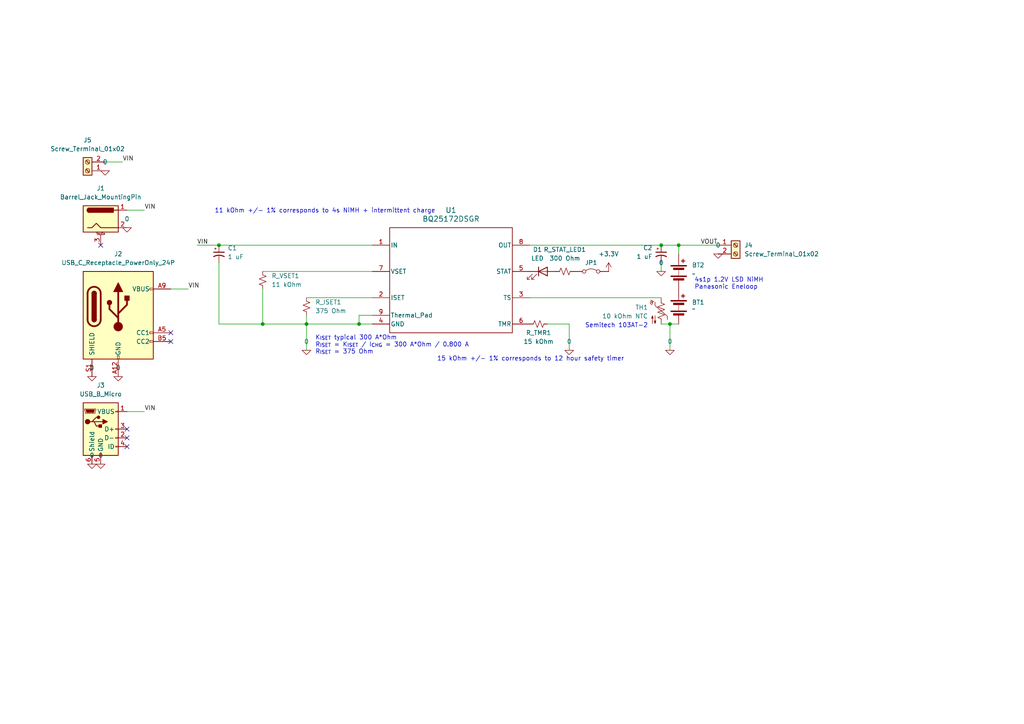
<source format=kicad_sch>
(kicad_sch (version 20231120) (generator "eeschema") (generator_version "8.0")
  (paper "A4")
  (lib_symbols
    (symbol "BQ25172:BQ25172DSGR" (pin_names (offset 0.254))
      (property "Reference" "U" (at 22.86 3.81 0))
      (property "Value" "BQ25172DSGR" (at 22.86 1.27 0))
      (symbol "BQ25172DSGR_0_1"
        (polyline (pts (xy 5.08 -25.4) (xy 40.64 -25.4)) (stroke (width 0.2032)))
        (polyline (pts (xy 5.08 5.08) (xy 5.08 -25.4)) (stroke (width 0.2032)))
        (polyline (pts (xy 40.64 -25.4) (xy 40.64 5.08)) (stroke (width 0.2032)))
        (polyline (pts (xy 40.64 5.08) (xy 5.08 5.08)) (stroke (width 0.2032)))
        (pin power_in line (at 0 0 0) (length 5.08) (name "IN") (number "1"))
        (pin power_in line (at 0 -22.86 0) (length 5.08) (name "GND") (number "4"))
        (pin unspecified line (at 0 -20.32 0) (length 5.08) (name "Thermal_Pad") (number "9"))
      )
      (symbol "BQ25172DSGR_1_1"
        (pin input line (at 0 -15.24 0) (length 5.08) (name "ISET") (number "2"))
        (pin input line (at 45.72 -15.24 180) (length 5.08) (name "TS") (number "3"))
        (pin output line (at 45.72 -7.62 180) (length 5.08) (name "STAT") (number "5"))
        (pin input line (at 45.72 -22.86 180) (length 5.08) (name "TMR") (number "6"))
        (pin input line (at 0 -7.62 0) (length 5.08) (name "VSET") (number "7"))
        (pin power_out line (at 45.72 0 180) (length 5.08) (name "OUT") (number "8"))
      )
    )
    (symbol "Connector:Barrel_Jack_MountingPin" (pin_names hide)
      (property "Reference" "J1" (at 0 8.89 0))
      (property "Value" "Barrel_Jack_MountingPin" (at 0 6.35 0))
      (symbol "Barrel_Jack_MountingPin_0_1"
        (rectangle (start -5.08 3.81) (end 5.08 -3.81) (stroke (width 0.254)) (fill (type background)))
        (arc (start -3.302 3.175) (mid -3.9343 2.54) (end -3.302 1.905) (stroke (width 0.254)))
        (arc (start -3.302 3.175) (mid -3.9343 2.54) (end -3.302 1.905) (stroke (width 0.254)) (fill (type outline)))
        (polyline (pts (xy 5.08 2.54) (xy 3.81 2.54)) (stroke (width 0.254)))
        (polyline (pts (xy -3.81 -2.54) (xy -2.54 -2.54) (xy -1.27 -1.27) (xy 0 -2.54) (xy 2.54 -2.54) (xy 5.08 -2.54)) (stroke (width 0.254)))
        (rectangle (start 3.683 3.175) (end -3.302 1.905) (stroke (width 0.254)) (fill (type outline)))
      )
      (symbol "Barrel_Jack_MountingPin_1_1"
        (polyline (pts (xy -1.016 -4.572) (xy 1.016 -4.572)) (stroke (width 0.1524)))
        (text "Mounting" (at 0 -4.191 0) (effects (font (size 0.381 0.381))))
        (pin passive line (at 7.62 2.54 180) (length 2.54) (name "~") (number "1"))
        (pin passive line (at 7.62 -2.54 180) (length 2.54) (name "~") (number "2"))
        (pin passive line (at 0 -7.62 90) (length 3.048) (name "MountPin") (number "3"))
      )
    )
    (symbol "Connector:Screw_Terminal_01x02" (pin_names (offset 1.016) hide)
      (property "Reference" "J" (at 0 2.54 0))
      (property "Value" "Screw_Terminal_01x02" (at 0 -5.08 0))
      (symbol "Screw_Terminal_01x02_1_1"
        (rectangle (start -1.27 1.27) (end 1.27 -3.81) (stroke (width 0.254)) (fill (type background)))
        (circle (center 0 -2.54) (radius 0.635) (stroke (width 0.1524)))
        (polyline (pts (xy -0.5334 -2.2098) (xy 0.3302 -3.048)) (stroke (width 0.1524)))
        (polyline (pts (xy -0.5334 0.3302) (xy 0.3302 -0.508)) (stroke (width 0.1524)))
        (polyline (pts (xy -0.3556 -2.032) (xy 0.508 -2.8702)) (stroke (width 0.1524)))
        (polyline (pts (xy -0.3556 0.508) (xy 0.508 -0.3302)) (stroke (width 0.1524)))
        (circle (center 0 0) (radius 0.635) (stroke (width 0.1524)))
        (pin passive line (at -5.08 0 0) (length 3.81) (name "Pin_1") (number "1"))
        (pin passive line (at -5.08 -2.54 0) (length 3.81) (name "Pin_2") (number "2"))
      )
    )
    (symbol "Connector:USB_B_Micro" (pin_names (offset 1.016))
      (property "Reference" "J" (at -5.08 11.43 0))
      (property "Value" "USB_B_Micro" (at -5.08 8.89 0))
      (symbol "USB_B_Micro_0_1"
        (rectangle (start -5.08 -7.62) (end 5.08 7.62) (stroke (width 0.254)) (fill (type background)))
        (circle (center -3.81 2.159) (radius 0.635) (stroke (width 0.254)) (fill (type outline)))
        (circle (center -0.635 3.429) (radius 0.381) (stroke (width 0.254)) (fill (type outline)))
        (rectangle (start -0.127 -7.62) (end 0.127 -6.858))
        (polyline (pts (xy -1.905 2.159) (xy 0.635 2.159)) (stroke (width 0.254)))
        (polyline (pts (xy -3.175 2.159) (xy -2.54 2.159) (xy -1.27 3.429) (xy -0.635 3.429)) (stroke (width 0.254)))
        (polyline (pts (xy -2.54 2.159) (xy -1.905 2.159) (xy -1.27 0.889) (xy 0 0.889)) (stroke (width 0.254)))
        (polyline (pts (xy 0.635 2.794) (xy 0.635 1.524) (xy 1.905 2.159) (xy 0.635 2.794)) (stroke (width 0.254)) (fill (type outline)))
        (polyline (pts (xy -4.318 5.588) (xy -1.778 5.588) (xy -2.032 4.826) (xy -4.064 4.826) (xy -4.318 5.588)) (fill (type outline)))
        (polyline (pts (xy -4.699 5.842) (xy -4.699 5.588) (xy -4.445 4.826) (xy -4.445 4.572) (xy -1.651 4.572) (xy -1.651 4.826) (xy -1.397 5.588) (xy -1.397 5.842) (xy -4.699 5.842)))
        (rectangle (start 0.254 1.27) (end -0.508 0.508) (stroke (width 0.254)) (fill (type outline)))
        (rectangle (start 5.08 -5.207) (end 4.318 -4.953))
        (rectangle (start 5.08 -2.667) (end 4.318 -2.413))
        (rectangle (start 5.08 -0.127) (end 4.318 0.127))
        (rectangle (start 5.08 4.953) (end 4.318 5.207))
      )
      (symbol "USB_B_Micro_1_1"
        (pin power_out line (at 7.62 5.08 180) (length 2.54) (name "VBUS") (number "1"))
        (pin bidirectional line (at 7.62 -2.54 180) (length 2.54) (name "D-") (number "2"))
        (pin bidirectional line (at 7.62 0 180) (length 2.54) (name "D+") (number "3"))
        (pin passive line (at 7.62 -5.08 180) (length 2.54) (name "ID") (number "4"))
        (pin power_out line (at 0 -10.16 90) (length 2.54) (name "GND") (number "5"))
        (pin passive line (at -2.54 -10.16 90) (length 2.54) (name "Shield") (number "6"))
      )
    )
    (symbol "Connector:USB_C_Receptacle_PowerOnly_24P" (pin_names (offset 1.016))
      (property "Reference" "J" (at 0 16.51 0))
      (property "Value" "USB_C_Receptacle_PowerOnly_24P" (at 0 13.97 0))
      (symbol "USB_C_Receptacle_PowerOnly_24P_0_0"
        (rectangle (start -0.254 -12.7) (end 0.254 -11.684))
        (rectangle (start 10.16 -7.366) (end 9.144 -7.874))
        (rectangle (start 10.16 -4.826) (end 9.144 -5.334))
        (rectangle (start 10.16 7.874) (end 9.144 7.366))
      )
      (symbol "USB_C_Receptacle_PowerOnly_24P_0_1"
        (rectangle (start -10.16 12.7) (end 10.16 -12.7) (stroke (width 0.254)) (fill (type background)))
        (arc (start -8.89 -1.27) (mid -6.985 -3.1667) (end -5.08 -1.27) (stroke (width 0.508)))
        (arc (start -7.62 -1.27) (mid -6.985 -1.9023) (end -6.35 -1.27) (stroke (width 0.254)))
        (arc (start -7.62 -1.27) (mid -6.985 -1.9023) (end -6.35 -1.27) (stroke (width 0.254)) (fill (type outline)))
        (rectangle (start -7.62 -1.27) (end -6.35 6.35) (stroke (width 0.254)) (fill (type outline)))
        (arc (start -6.35 6.35) (mid -6.985 6.9823) (end -7.62 6.35) (stroke (width 0.254)))
        (arc (start -6.35 6.35) (mid -6.985 6.9823) (end -7.62 6.35) (stroke (width 0.254)) (fill (type outline)))
        (arc (start -5.08 6.35) (mid -6.985 8.2467) (end -8.89 6.35) (stroke (width 0.508)))
        (circle (center -2.54 3.683) (radius 0.635) (stroke (width 0.254)) (fill (type outline)))
        (circle (center 0 -3.302) (radius 1.27) (fill (type outline)))
        (polyline (pts (xy -8.89 -1.27) (xy -8.89 6.35)) (stroke (width 0.508)))
        (polyline (pts (xy -5.08 6.35) (xy -5.08 -1.27)) (stroke (width 0.508)))
        (polyline (pts (xy 0 -3.302) (xy 0 6.858)) (stroke (width 0.508)))
        (polyline (pts (xy 0 -0.762) (xy -2.54 1.778) (xy -2.54 3.048)) (stroke (width 0.508)))
        (polyline (pts (xy 0 0.508) (xy 2.54 3.048) (xy 2.54 4.318)) (stroke (width 0.508)))
        (polyline (pts (xy -1.27 6.858) (xy 0 9.398) (xy 1.27 6.858) (xy -1.27 6.858)) (stroke (width 0.254)) (fill (type outline)))
        (rectangle (start 1.905 4.318) (end 3.175 5.588) (stroke (width 0.254)) (fill (type outline)))
      )
      (symbol "USB_C_Receptacle_PowerOnly_24P_1_1"
        (pin passive line (at 0 -17.78 90) (length 5.08) hide (name "GND") (number "A1"))
        (pin power_in line (at 0 -17.78 90) (length 5.08) (name "GND") (number "A12"))
        (pin passive line (at 15.24 7.62 180) (length 5.08) hide (name "VBUS") (number "A4"))
        (pin bidirectional line (at 15.24 -5.08 180) (length 5.08) (name "CC1") (number "A5"))
        (pin power_in line (at 15.24 7.62 180) (length 5.08) (name "VBUS") (number "A9"))
        (pin passive line (at 0 -17.78 90) (length 5.08) hide (name "GND") (number "B1"))
        (pin passive line (at 0 -17.78 90) (length 5.08) hide (name "GND") (number "B12"))
        (pin passive line (at 15.24 7.62 180) (length 5.08) hide (name "VBUS") (number "B4"))
        (pin bidirectional line (at 15.24 -7.62 180) (length 5.08) (name "CC2") (number "B5"))
        (pin passive line (at 15.24 7.62 180) (length 5.08) hide (name "VBUS") (number "B9"))
        (pin passive line (at -7.62 -17.78 90) (length 5.08) (name "SHIELD") (number "S1"))
      )
    )
    (symbol "Device:Battery" (pin_numbers hide) (pin_names (offset 0) hide)
      (property "Reference" "BT" (at 2.54 2.54 0))
      (property "Value" "Battery" (at 2.54 0 0))
      (symbol "Battery_0_1"
        (rectangle (start -2.286 -1.27) (end 2.286 -1.524) (fill (type outline)))
        (rectangle (start -2.286 1.778) (end 2.286 1.524) (fill (type outline)))
        (rectangle (start -1.524 -2.032) (end 1.524 -2.54) (fill (type outline)))
        (rectangle (start -1.524 1.016) (end 1.524 0.508) (fill (type outline)))
        (polyline (pts (xy 0 -1.016) (xy 0 -0.762)))
        (polyline (pts (xy 0 -0.508) (xy 0 -0.254)))
        (polyline (pts (xy 0 0) (xy 0 0.254)))
        (polyline (pts (xy 0 1.778) (xy 0 2.54)))
        (polyline (pts (xy 0.762 3.048) (xy 1.778 3.048)) (stroke (width 0.254)))
        (polyline (pts (xy 1.27 3.556) (xy 1.27 2.54)) (stroke (width 0.254)))
      )
      (symbol "Battery_1_1"
        (pin passive line (at 0 5.08 270) (length 2.54) (name "+") (number "1"))
        (pin passive line (at 0 -5.08 90) (length 2.54) (name "-") (number "2"))
      )
    )
    (symbol "Device:C_Polarized_Small_US" (pin_numbers hide) (pin_names (offset 0.254) hide)
      (property "Reference" "C" (at 0.254 1.778 0))
      (property "Value" "C_Polarized_Small_US" (at 0.254 -2.032 0))
      (symbol "C_Polarized_Small_US_0_1"
        (polyline (pts (xy -1.524 0.508) (xy 1.524 0.508)) (stroke (width 0.3048)))
        (polyline (pts (xy -1.27 1.524) (xy -0.762 1.524)))
        (polyline (pts (xy -1.016 1.27) (xy -1.016 1.778)))
        (arc (start 1.524 -0.762) (mid 0 -0.3734) (end -1.524 -0.762) (stroke (width 0.3048)))
      )
      (symbol "C_Polarized_Small_US_1_1"
        (pin passive line (at 0 2.54 270) (length 2.032) (name "~") (number "1"))
        (pin passive line (at 0 -2.54 90) (length 2.032) (name "~") (number "2"))
      )
    )
    (symbol "Device:LED" (pin_numbers hide) (pin_names (offset 1.016) hide)
      (property "Reference" "D" (at 0 2.54 0))
      (property "Value" "LED" (at 0 -2.54 0))
      (symbol "LED_0_1"
        (polyline (pts (xy -1.27 -1.27) (xy -1.27 1.27)) (stroke (width 0.254)))
        (polyline (pts (xy -1.27 0) (xy 1.27 0)))
        (polyline (pts (xy 1.27 -1.27) (xy 1.27 1.27) (xy -1.27 0) (xy 1.27 -1.27)) (stroke (width 0.254)))
        (polyline (pts (xy -3.048 -0.762) (xy -4.572 -2.286) (xy -3.81 -2.286) (xy -4.572 -2.286) (xy -4.572 -1.524)))
        (polyline (pts (xy -1.778 -0.762) (xy -3.302 -2.286) (xy -2.54 -2.286) (xy -3.302 -2.286) (xy -3.302 -1.524)))
      )
      (symbol "LED_1_1"
        (pin passive line (at -3.81 0 0) (length 2.54) (name "K") (number "1"))
        (pin passive line (at 3.81 0 180) (length 2.54) (name "A") (number "2"))
      )
    )
    (symbol "Device:R_Small_US" (pin_numbers hide) (pin_names (offset 0.254) hide)
      (property "Reference" "R" (at 0.762 0.508 0))
      (property "Value" "R_Small_US" (at 0.762 -1.016 0))
      (symbol "R_Small_US_1_1"
        (polyline (pts (xy 0 0) (xy 1.016 -0.381) (xy 0 -0.762) (xy -1.016 -1.143) (xy 0 -1.524)))
        (polyline (pts (xy 0 1.524) (xy 1.016 1.143) (xy 0 0.762) (xy -1.016 0.381) (xy 0 0)))
        (pin passive line (at 0 2.54 270) (length 1.016) (name "~") (number "1"))
        (pin passive line (at 0 -2.54 90) (length 1.016) (name "~") (number "2"))
      )
    )
    (symbol "Device:Thermistor_NTC_US" (pin_numbers hide) (pin_names (offset 0))
      (property "Reference" "TH" (at -4.445 0 90))
      (property "Value" "Thermistor_NTC_US" (at 3.175 0 90))
      (symbol "Thermistor_NTC_US_0_1"
        (arc (start -3.048 2.159) (mid -3.0495 2.3143) (end -3.175 2.413))
        (arc (start -3.048 2.159) (mid -2.9736 1.9794) (end -2.794 1.905))
        (arc (start -3.048 2.794) (mid -2.9736 2.6144) (end -2.794 2.54))
        (arc (start -2.794 1.905) (mid -2.6144 1.9794) (end -2.54 2.159))
        (arc (start -2.794 2.54) (mid -2.4393 2.5587) (end -2.159 2.794))
        (arc (start -2.794 3.048) (mid -2.9736 2.9736) (end -3.048 2.794))
        (arc (start -2.54 2.794) (mid -2.6144 2.9736) (end -2.794 3.048))
        (polyline (pts (xy -2.54 2.159) (xy -2.54 2.794)))
        (polyline (pts (xy 0 -2.286) (xy 0 -2.54)))
        (polyline (pts (xy 0 2.286) (xy 0 2.54)))
        (polyline (pts (xy -1.778 2.54) (xy -1.778 1.524) (xy 1.778 -1.524) (xy 1.778 -2.54)))
        (polyline (pts (xy 0 -0.762) (xy 1.016 -1.143) (xy 0 -1.524) (xy -1.016 -1.905) (xy 0 -2.286)))
        (polyline (pts (xy 0 0.762) (xy 1.016 0.381) (xy 0 0) (xy -1.016 -0.381) (xy 0 -0.762)))
        (polyline (pts (xy 0 2.286) (xy 1.016 1.905) (xy 0 1.524) (xy -1.016 1.143) (xy 0 0.762)))
        (polyline (pts (xy -2.54 -3.683) (xy -2.54 -1.397) (xy -2.794 -2.159) (xy -2.286 -2.159) (xy -2.54 -1.397) (xy -2.54 -1.651)) (fill (type outline)))
        (polyline (pts (xy -1.778 -1.397) (xy -1.778 -3.683) (xy -2.032 -2.921) (xy -1.524 -2.921) (xy -1.778 -3.683) (xy -1.778 -3.429)) (fill (type outline)))
      )
      (symbol "Thermistor_NTC_US_1_1"
        (pin passive line (at 0 3.81 270) (length 1.27) (name "~") (number "1"))
        (pin passive line (at 0 -3.81 90) (length 1.27) (name "~") (number "2"))
      )
    )
    (symbol "Jumper:Jumper_2_Bridged" (pin_numbers hide) (pin_names (offset 0) hide) (exclude_from_sim yes)
      (property "Reference" "JP" (at 0 1.905 0))
      (property "Value" "Jumper_2_Bridged" (at 0 -2.54 0))
      (symbol "Jumper_2_Bridged_0_0"
        (circle (center -2.032 0) (radius 0.508))
        (circle (center 2.032 0) (radius 0.508))
      )
      (symbol "Jumper_2_Bridged_0_1"
        (arc (start 1.524 0.254) (mid 0 0.762) (end -1.524 0.254))
      )
      (symbol "Jumper_2_Bridged_1_1"
        (pin passive line (at -5.08 0 0) (length 2.54) (name "A") (number "1"))
        (pin passive line (at 5.08 0 180) (length 2.54) (name "B") (number "2"))
      )
    )
    (symbol "Simulation_SPICE:0" (power) (pin_numbers hide) (pin_names (offset 0) hide)
      (property "Value" "0" (at 0 -2.54 0))
      (symbol "0_0_1"
        (polyline (pts (xy -1.27 0) (xy 0 -1.27) (xy 1.27 0) (xy -1.27 0)))
      )
      (symbol "0_1_1"
        (pin power_in line (at 0 0 0) (length 0) (name "~") (number "1"))
      )
    )
    (symbol "power:+3.3V" (power) (pin_numbers hide) (pin_names (offset 0) hide)
      (property "Value" "+3.3V" (at 0 3.556 0))
      (symbol "+3.3V_0_1"
        (polyline (pts (xy -0.762 1.27) (xy 0 2.54)))
        (polyline (pts (xy 0 0) (xy 0 2.54)))
        (polyline (pts (xy 0 2.54) (xy 0.762 1.27)))
      )
      (symbol "+3.3V_1_1"
        (pin power_in line (at 0 0 90) (length 0) (name "~") (number "1"))
      )
    )
  )
  (junction (at 104.14 93.98))
  (junction (at 76.2 93.98))
  (junction (at 191.77 71.12))
  (junction (at 88.9 93.98))
  (junction (at 63.5 71.12))
  (junction (at 194.31 93.98))
  (junction (at 196.85 71.12))
  (no_connect (at 49.53 96.52))
  (no_connect (at 49.53 99.06))
  (no_connect (at 29.21 71.12))
  (no_connect (at 36.83 129.54))
  (no_connect (at 36.83 124.46))
  (no_connect (at 36.83 127))
  (wire (pts (xy 191.77 93.98) (xy 194.31 93.98)))
  (wire (pts (xy 194.31 93.98) (xy 194.31 101.6)))
  (wire (pts (xy 107.95 91.44) (xy 104.14 91.44)))
  (wire (pts (xy 88.9 93.98) (xy 104.14 93.98)))
  (wire (pts (xy 76.2 78.74) (xy 107.95 78.74)))
  (wire (pts (xy 194.31 93.98) (xy 196.85 93.98)))
  (wire (pts (xy 36.83 60.96) (xy 41.91 60.96)))
  (wire (pts (xy 104.14 93.98) (xy 107.95 93.98)))
  (wire (pts (xy 104.14 91.44) (xy 104.14 93.98)))
  (wire (pts (xy 88.9 86.36) (xy 107.95 86.36)))
  (wire (pts (xy 63.5 93.98) (xy 76.2 93.98)))
  (wire (pts (xy 63.5 71.12) (xy 107.95 71.12)))
  (wire (pts (xy 57.15 71.12) (xy 63.5 71.12)))
  (wire (pts (xy 76.2 83.82) (xy 76.2 93.98)))
  (wire (pts (xy 49.53 83.82) (xy 54.61 83.82)))
  (wire (pts (xy 153.67 71.12) (xy 191.77 71.12)))
  (wire (pts (xy 196.85 71.12) (xy 208.28 71.12)))
  (wire (pts (xy 191.77 71.12) (xy 196.85 71.12)))
  (wire (pts (xy 88.9 93.98) (xy 88.9 101.6)))
  (wire (pts (xy 76.2 93.98) (xy 88.9 93.98)))
  (wire (pts (xy 196.85 71.12) (xy 196.85 73.66)))
  (wire (pts (xy 165.1 93.98) (xy 165.1 101.6)))
  (wire (pts (xy 88.9 91.44) (xy 88.9 93.98)))
  (wire (pts (xy 36.83 119.38) (xy 41.91 119.38)))
  (wire (pts (xy 153.67 86.36) (xy 191.77 86.36)))
  (wire (pts (xy 63.5 76.2) (xy 63.5 93.98)))
  (wire (pts (xy 191.77 76.2) (xy 191.77 78.74)))
  (wire (pts (xy 30.48 46.99) (xy 35.56 46.99)))
  (wire (pts (xy 158.75 93.98) (xy 165.1 93.98)))
  (text "15 kOhm +/- 1% corresponds to 12 hour safety timer" (at 126.746 104.14 0) (effects (font (size 1.27 1.27)) (justify left)))
  (text "Semitech 103AT-2" (at 169.672 94.488 0) (effects (font (size 1.27 1.27)) (justify left)))
  (text "11 kOhm +/- 1% corresponds to 4s NiMH + intermittent charge" (at 62.23 61.214 0) (effects (font (size 1.27 1.27)) (justify left)))
  (text "K_{ISET} typical 300 A*Ohm\nR_{ISET} = K_{ISET} / I_{CHG} = 300 A*Ohm / 0.800 A\nR_{ISET} = 375 Ohm" (at 91.44 100.076 0) (effects (font (size 1.27 1.27)) (justify left)))
  (text "4s1p 1.2V LSD NiMH\nPanasonic Eneloop" (at 201.422 82.296 0) (effects (font (size 1.27 1.27)) (justify left)))
  (label "VIN" (at 54.61 83.82 0))
  (label "VOUT" (at 203.2 71.12 0))
  (label "VIN" (at 35.56 46.99 0))
  (label "VIN" (at 57.15 71.12 0))
  (label "VIN" (at 41.91 60.96 0))
  (label "VIN" (at 41.91 119.38 0))
  (symbol (lib_id "power:+3.3V") (at 176.53 78.74 0) (unit 1)
    (property "Reference" "#PWR01" (effects (hide yes)))
    (property "Value" "+3.3V" (at 176.53 73.66 0))
    (property "Description" "Power symbol creates a global label with name \"+3.3V\"" (effects (hide yes)))
  )
  (symbol (lib_id "Simulation_SPICE:0") (at 30.48 49.53 0) (unit 1)
    (property "Reference" "#GND010" (effects (hide yes)))
    (property "Value" "0" (at 30.48 46.99 0))
    (property "Datasheet" "https://ngspice.sourceforge.io/docs/ngspice-html-manual/manual.xhtml#subsec_Circuit_elements__device" (effects (hide yes)))
    (property "Description" "0V reference potential for simulation" (effects (hide yes)))
  )
  (symbol (lib_id "Simulation_SPICE:0") (at 26.67 134.62 0) (unit 1)
    (property "Reference" "#GND08" (effects (hide yes)))
    (property "Value" "0" (at 26.67 132.08 0))
    (property "Datasheet" "https://ngspice.sourceforge.io/docs/ngspice-html-manual/manual.xhtml#subsec_Circuit_elements__device" (effects (hide yes)))
    (property "Description" "0V reference potential for simulation" (effects (hide yes)))
  )
  (symbol (lib_id "BQ25172:BQ25172DSGR") (at 107.95 71.12 0) (unit 1)
    (property "Reference" "U1" (at 130.81 60.96 0) (effects (font (size 1.524 1.524))))
    (property "Value" "BQ25172DSGR" (at 130.81 63.5 0) (effects (font (size 1.524 1.524))))
    (property "Footprint" "BQ25172:DSG0008A-IPC_A" (effects (hide yes)))
    (property "Datasheet" "BQ25172DSGR" (effects (hide yes)))
  )
  (symbol (lib_id "Simulation_SPICE:0") (at 34.29 109.22 0) (unit 1)
    (property "Reference" "#GND06" (effects (hide yes)))
    (property "Value" "0" (at 34.29 106.68 0))
    (property "Datasheet" "https://ngspice.sourceforge.io/docs/ngspice-html-manual/manual.xhtml#subsec_Circuit_elements__device" (effects (hide yes)))
    (property "Description" "0V reference potential for simulation" (effects (hide yes)))
  )
  (symbol (lib_id "Device:R_Small_US") (at 156.21 93.98 90) (unit 1)
    (property "Reference" "R_TMR1" (at 156.21 96.52 90))
    (property "Value" "15 kOhm" (at 156.21 99.06 90))
    (property "Footprint" "Resistor_THT:R_Axial_DIN0309_L9.0mm_D3.2mm_P15.24mm_Horizontal" (effects (hide yes)))
    (property "Description" "Resistor, small US symbol" (effects (hide yes)))
  )
  (symbol (lib_id "Simulation_SPICE:0") (at 208.28 73.66 0) (unit 1)
    (property "Reference" "#GND011" (effects (hide yes)))
    (property "Value" "0" (at 208.28 71.12 0))
    (property "Datasheet" "https://ngspice.sourceforge.io/docs/ngspice-html-manual/manual.xhtml#subsec_Circuit_elements__device" (effects (hide yes)))
    (property "Description" "0V reference potential for simulation" (effects (hide yes)))
  )
  (symbol (lib_id "Device:R_Small_US") (at 88.9 88.9 0) (unit 1)
    (property "Reference" "R_ISET1" (at 91.44 87.6299 0) (effects (justify left)))
    (property "Value" "375 Ohm" (at 91.44 90.1699 0) (effects (justify left)))
    (property "Footprint" "Resistor_THT:R_Axial_DIN0309_L9.0mm_D3.2mm_P15.24mm_Horizontal" (effects (hide yes)))
    (property "Description" "Resistor, small US symbol" (effects (hide yes)))
  )
  (symbol (lib_id "Connector:Screw_Terminal_01x02") (at 25.4 49.53 180) (unit 1)
    (property "Reference" "J5" (at 25.4 40.64 0))
    (property "Value" "Screw_Terminal_01x02" (at 25.4 43.18 0))
    (property "Footprint" "TerminalBlock_Phoenix:TerminalBlock_Phoenix_MKDS-1,5-2-5.08_1x02_P5.08mm_Horizontal" (effects (hide yes)))
    (property "Description" "Generic screw terminal, single row, 01x02, script generated (kicad-library-utils/schlib/autogen/connector/)" (effects (hide yes)))
  )
  (symbol (lib_id "Device:R_Small_US") (at 163.83 78.74 90) (unit 1)
    (property "Reference" "R_STAT_LED1" (at 163.83 72.39 90))
    (property "Value" "300 Ohm" (at 163.83 74.93 90))
    (property "Footprint" "Resistor_THT:R_Axial_DIN0309_L9.0mm_D3.2mm_P15.24mm_Horizontal" (effects (hide yes)))
    (property "Description" "Resistor, small US symbol" (effects (hide yes)))
  )
  (symbol (lib_id "Jumper:Jumper_2_Bridged") (at 171.45 78.74 0) (unit 1) (exclude_from_sim yes)
    (property "Reference" "JP1" (at 171.45 76.2 0))
    (property "Value" "Jumper_2_Bridged" (effects (hide yes)))
    (property "Footprint" "Connector_PinHeader_2.54mm:PinHeader_1x02_P2.54mm_Vertical" (effects (hide yes)))
    (property "Description" "Jumper, 2-pole, closed/bridged" (effects (hide yes)))
  )
  (symbol (lib_id "Simulation_SPICE:0") (at 194.31 101.6 0) (unit 1)
    (property "Reference" "#GND04" (effects (hide yes)))
    (property "Value" "0" (at 194.31 99.06 0))
    (property "Datasheet" "https://ngspice.sourceforge.io/docs/ngspice-html-manual/manual.xhtml#subsec_Circuit_elements__device" (effects (hide yes)))
    (property "Description" "0V reference potential for simulation" (effects (hide yes)))
  )
  (symbol (lib_id "Simulation_SPICE:0") (at 36.83 66.04 0) (unit 1)
    (property "Reference" "#GND05" (effects (hide yes)))
    (property "Value" "0" (at 36.83 63.5 0))
    (property "Datasheet" "https://ngspice.sourceforge.io/docs/ngspice-html-manual/manual.xhtml#subsec_Circuit_elements__device" (effects (hide yes)))
    (property "Description" "0V reference potential for simulation" (effects (hide yes)))
  )
  (symbol (lib_id "Device:C_Polarized_Small_US") (at 63.5 73.66 0) (unit 1)
    (property "Reference" "C1" (at 66.04 71.9581 0) (effects (justify left)))
    (property "Value" "1 uF" (at 66.04 74.4981 0) (effects (justify left)))
    (property "Footprint" "Capacitor_THT:CP_Radial_D5.0mm_P2.50mm" (effects (hide yes)))
    (property "Description" "Polarized capacitor, small US symbol" (effects (hide yes)))
  )
  (symbol (lib_id "Device:LED") (at 157.48 78.74 0) (unit 1)
    (property "Reference" "D1" (at 155.8925 72.39 0))
    (property "Value" "LED" (at 155.8925 74.93 0))
    (property "Footprint" "LED_SMD:LED_0603_1608Metric" (effects (hide yes)))
    (property "Description" "Light emitting diode" (effects (hide yes)))
  )
  (symbol (lib_id "Simulation_SPICE:0") (at 26.67 109.22 0) (unit 1)
    (property "Reference" "#GND07" (effects (hide yes)))
    (property "Value" "0" (at 26.67 106.68 0))
    (property "Datasheet" "https://ngspice.sourceforge.io/docs/ngspice-html-manual/manual.xhtml#subsec_Circuit_elements__device" (effects (hide yes)))
    (property "Description" "0V reference potential for simulation" (effects (hide yes)))
  )
  (symbol (lib_id "Device:Battery") (at 196.85 78.74 0) (unit 1)
    (property "Reference" "BT2" (at 200.66 76.8984 0) (effects (justify left)))
    (property "Value" "~" (at 200.66 79.4384 0) (effects (justify left)))
    (property "Footprint" "Battery:BatteryHolder_Keystone_2468_2xAAA" (effects (hide yes)))
    (property "Description" "Multiple-cell battery" (effects (hide yes)))
  )
  (symbol (lib_id "Connector:Barrel_Jack_MountingPin") (at 29.21 63.5 0) (unit 1)
    (property "Reference" "J1" (at 29.21 54.61 0))
    (property "Value" "Barrel_Jack_MountingPin" (at 29.21 57.15 0))
    (property "Footprint" "Connector_BarrelJack:BarrelJack_Horizontal" (effects (hide yes)))
    (property "Description" "DC Barrel Jack with a mounting pin" (effects (hide yes)))
  )
  (symbol (lib_id "Device:Thermistor_NTC_US") (at 191.77 90.17 0) (unit 1)
    (property "Reference" "TH1" (at 187.96 89.154 0) (effects (justify right)))
    (property "Value" "10 kOhm NTC" (at 187.96 91.694 0) (effects (justify right)))
    (property "Footprint" "Connector_PinHeader_2.54mm:PinHeader_1x02_P2.54mm_Vertical" (effects (hide yes)))
    (property "Description" "Temperature dependent resistor, negative temperature coefficient, US symbol" (effects (hide yes)))
  )
  (symbol (lib_id "Connector:Screw_Terminal_01x02") (at 213.36 71.12 0) (unit 1)
    (property "Reference" "J4" (at 215.9 71.1199 0) (effects (justify left)))
    (property "Value" "Screw_Terminal_01x02" (at 215.9 73.6599 0) (effects (justify left)))
    (property "Footprint" "TerminalBlock_Phoenix:TerminalBlock_Phoenix_MKDS-1,5-2-5.08_1x02_P5.08mm_Horizontal" (effects (hide yes)))
    (property "Description" "Generic screw terminal, single row, 01x02, script generated (kicad-library-utils/schlib/autogen/connector/)" (effects (hide yes)))
  )
  (symbol (lib_id "Connector:USB_B_Micro") (at 29.21 124.46 0) (unit 1)
    (property "Reference" "J3" (at 29.21 111.76 0))
    (property "Value" "USB_B_Micro" (at 29.21 114.3 0))
    (property "Footprint" "Connector_USB:USB_Micro-B_Amphenol_10118194_Horizontal" (effects (hide yes)))
    (property "Description" "USB Micro Type B connector" (effects (hide yes)))
  )
  (symbol (lib_id "Simulation_SPICE:0") (at 29.21 134.62 0) (unit 1)
    (property "Reference" "#GND09" (effects (hide yes)))
    (property "Value" "0" (at 29.21 132.08 0))
    (property "Datasheet" "https://ngspice.sourceforge.io/docs/ngspice-html-manual/manual.xhtml#subsec_Circuit_elements__device" (effects (hide yes)))
    (property "Description" "0V reference potential for simulation" (effects (hide yes)))
  )
  (symbol (lib_id "Device:R_Small_US") (at 76.2 81.28 0) (unit 1)
    (property "Reference" "R_VSET1" (at 78.74 80.0099 0) (effects (justify left)))
    (property "Value" "11 kOhm" (at 78.74 82.5499 0) (effects (justify left)))
    (property "Footprint" "Resistor_THT:R_Axial_DIN0309_L9.0mm_D3.2mm_P15.24mm_Horizontal" (effects (hide yes)))
    (property "Description" "Resistor, small US symbol" (effects (hide yes)))
  )
  (symbol (lib_id "Device:C_Polarized_Small_US") (at 191.77 73.66 0) (unit 1)
    (property "Reference" "C2" (at 189.23 71.882 0) (effects (justify right)))
    (property "Value" "1 uF" (at 189.23 74.422 0) (effects (justify right)))
    (property "Footprint" "Capacitor_THT:CP_Radial_D5.0mm_P2.50mm" (effects (hide yes)))
    (property "Description" "Polarized capacitor, small US symbol" (effects (hide yes)))
  )
  (symbol (lib_id "Connector:USB_C_Receptacle_PowerOnly_24P") (at 34.29 91.44 0) (unit 1)
    (property "Reference" "J2" (at 34.29 73.66 0))
    (property "Value" "USB_C_Receptacle_PowerOnly_24P" (at 34.29 76.2 0))
    (property "Footprint" "Connector_USB:USB_C_Receptacle_CNCTech_C-ARA1-AK51X" (effects (hide yes)))
    (property "Datasheet" "https://www.usb.org/sites/default/files/documents/usb_type-c.zip" (effects (hide yes)))
    (property "Description" "USB Power-Only 24P Type-C Receptacle connector" (effects (hide yes)))
  )
  (symbol (lib_id "Simulation_SPICE:0") (at 165.1 101.6 0) (unit 1)
    (property "Reference" "#GND02" (effects (hide yes)))
    (property "Value" "0" (at 165.1 99.06 0))
    (property "Datasheet" "https://ngspice.sourceforge.io/docs/ngspice-html-manual/manual.xhtml#subsec_Circuit_elements__device" (effects (hide yes)))
    (property "Description" "0V reference potential for simulation" (effects (hide yes)))
  )
  (symbol (lib_id "Simulation_SPICE:0") (at 191.77 78.74 0) (unit 1)
    (property "Reference" "#GND03" (effects (hide yes)))
    (property "Value" "0" (at 191.77 76.2 0))
    (property "Datasheet" "https://ngspice.sourceforge.io/docs/ngspice-html-manual/manual.xhtml#subsec_Circuit_elements__device" (effects (hide yes)))
    (property "Description" "0V reference potential for simulation" (effects (hide yes)))
  )
  (symbol (lib_id "Device:Battery") (at 196.85 88.9 0) (unit 1)
    (property "Reference" "BT1" (at 200.66 87.6934 0) (effects (justify left)))
    (property "Value" "~" (at 200.66 89.5985 0) (effects (justify left)))
    (property "Footprint" "Battery:BatteryHolder_Keystone_2468_2xAAA" (effects (hide yes)))
    (property "Description" "Multiple-cell battery" (effects (hide yes)))
  )
  (symbol (lib_id "Simulation_SPICE:0") (at 88.9 101.6 0) (unit 1)
    (property "Reference" "#GND01" (effects (hide yes)))
    (property "Value" "0" (at 88.9 99.06 0))
    (property "Datasheet" "https://ngspice.sourceforge.io/docs/ngspice-html-manual/manual.xhtml#subsec_Circuit_elements__device" (effects (hide yes)))
    (property "Description" "0V reference potential for simulation" (effects (hide yes)))
  )
)
</source>
